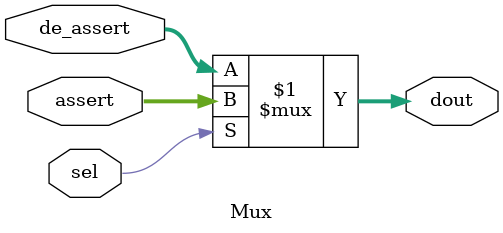
<source format=v>
module Mux(input [31:0] de_assert, input [31:0] assert, input sel, output [31:0] dout);
    assign dout = sel ? assert : de_assert;
endmodule
</source>
